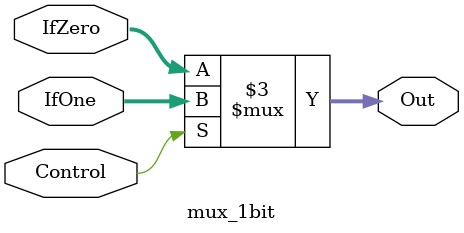
<source format=v>
/* 1Bit Mux Module
This is a universal mux (any number of bits). If test is zero Ifzero is returned. If test is one ifOne is returned. Output is out.
*/
module mux_1bit (
  input wire Control,
  input wire [BITS:0] IfZero,
  input wire [BITS:0] IfOne,
  output reg [BITS:0] Out
);

parameter BITS = 31;

always @ (*) begin
  Out = (Control == 0) ? IfZero : IfOne; //terinary operator to determine output of mux.
end

endmodule

</source>
